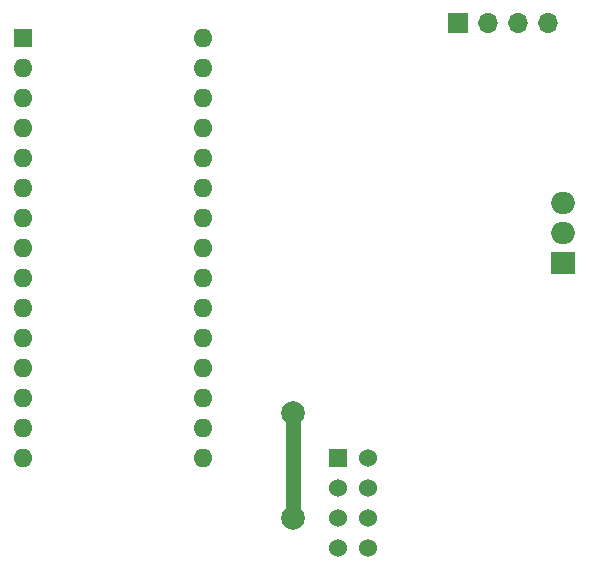
<source format=gbr>
G04 #@! TF.GenerationSoftware,KiCad,Pcbnew,(5.1.5)-3*
G04 #@! TF.CreationDate,2020-02-10T18:15:39+01:00*
G04 #@! TF.ProjectId,WeatherStation,57656174-6865-4725-9374-6174696f6e2e,rev?*
G04 #@! TF.SameCoordinates,Original*
G04 #@! TF.FileFunction,Copper,L2,Bot*
G04 #@! TF.FilePolarity,Positive*
%FSLAX46Y46*%
G04 Gerber Fmt 4.6, Leading zero omitted, Abs format (unit mm)*
G04 Created by KiCad (PCBNEW (5.1.5)-3) date 2020-02-10 18:15:39*
%MOMM*%
%LPD*%
G04 APERTURE LIST*
%ADD10O,1.600000X1.600000*%
%ADD11R,1.600000X1.600000*%
%ADD12C,1.524000*%
%ADD13R,1.524000X1.524000*%
%ADD14R,1.700000X1.700000*%
%ADD15O,1.700000X1.700000*%
%ADD16R,2.000000X1.905000*%
%ADD17O,2.000000X1.905000*%
%ADD18C,2.000000*%
%ADD19C,1.250000*%
G04 APERTURE END LIST*
D10*
X165100000Y-102870000D03*
X149860000Y-102870000D03*
X165100000Y-67310000D03*
X149860000Y-100330000D03*
X165100000Y-69850000D03*
X149860000Y-97790000D03*
X165100000Y-72390000D03*
X149860000Y-95250000D03*
X165100000Y-74930000D03*
X149860000Y-92710000D03*
X165100000Y-77470000D03*
X149860000Y-90170000D03*
X165100000Y-80010000D03*
X149860000Y-87630000D03*
X165100000Y-82550000D03*
X149860000Y-85090000D03*
X165100000Y-85090000D03*
X149860000Y-82550000D03*
X165100000Y-87630000D03*
X149860000Y-80010000D03*
X165100000Y-90170000D03*
X149860000Y-77470000D03*
X165100000Y-92710000D03*
X149860000Y-74930000D03*
X165100000Y-95250000D03*
X149860000Y-72390000D03*
X165100000Y-97790000D03*
X149860000Y-69850000D03*
X165100000Y-100330000D03*
D11*
X149860000Y-67310000D03*
D12*
X179070000Y-110490000D03*
X176530000Y-110490000D03*
X179070000Y-107950000D03*
X176530000Y-107950000D03*
X179070000Y-105410000D03*
X176530000Y-105410000D03*
X179070000Y-102870000D03*
D13*
X176530000Y-102870000D03*
D14*
X186690000Y-66040000D03*
D15*
X189230000Y-66040000D03*
X191770000Y-66040000D03*
X194310000Y-66040000D03*
D16*
X195580000Y-86360000D03*
D17*
X195580000Y-83820000D03*
X195580000Y-81280000D03*
D18*
X172720000Y-99060000D03*
X172720000Y-107950000D03*
D19*
X172720000Y-107950000D02*
X172720000Y-99060000D01*
M02*

</source>
